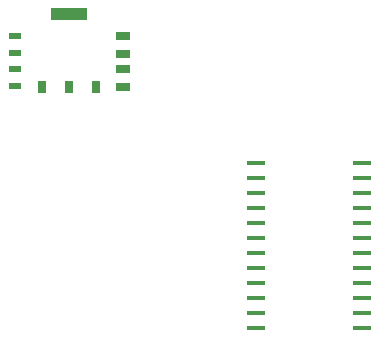
<source format=gbp>
G04*
G04 #@! TF.GenerationSoftware,Altium Limited,Altium Designer,21.7.2 (23)*
G04*
G04 Layer_Color=128*
%FSLAX44Y44*%
%MOMM*%
G71*
G04*
G04 #@! TF.SameCoordinates,412E90BB-C8BF-4592-B4A2-0F826D9D2567*
G04*
G04*
G04 #@! TF.FilePolarity,Positive*
G04*
G01*
G75*
%ADD14R,1.3000X0.7000*%
%ADD35R,1.5000X0.4500*%
%ADD36R,1.0000X0.6000*%
%ADD37R,0.8000X1.1000*%
%ADD38R,3.1000X1.1000*%
D14*
X109220Y292230D02*
D03*
Y276730D02*
D03*
Y264290D02*
D03*
Y248790D02*
D03*
D35*
X311700Y184150D02*
D03*
Y171450D02*
D03*
Y158750D02*
D03*
Y146050D02*
D03*
Y133350D02*
D03*
Y120650D02*
D03*
Y107950D02*
D03*
Y95250D02*
D03*
Y82550D02*
D03*
Y69850D02*
D03*
Y57150D02*
D03*
Y44450D02*
D03*
X221700Y184150D02*
D03*
Y171450D02*
D03*
Y158750D02*
D03*
Y146050D02*
D03*
Y133350D02*
D03*
Y120650D02*
D03*
Y107950D02*
D03*
Y95250D02*
D03*
Y82550D02*
D03*
Y69850D02*
D03*
Y57150D02*
D03*
Y44450D02*
D03*
D36*
X17780Y291480D02*
D03*
Y277480D02*
D03*
Y249540D02*
D03*
Y263540D02*
D03*
D37*
X86500Y248400D02*
D03*
X63500D02*
D03*
X40500D02*
D03*
D38*
X63500Y310400D02*
D03*
M02*

</source>
